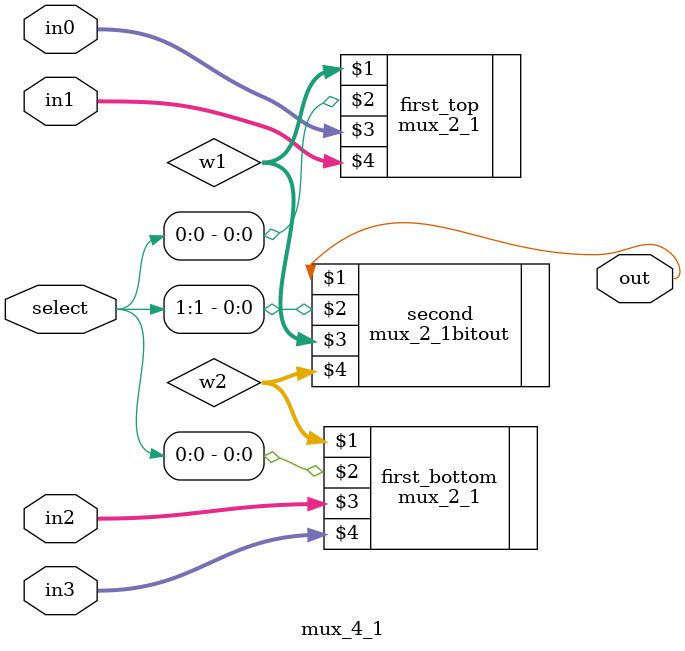
<source format=v>
module mux_4_1(out, select, in0, in1, in2, in3);
    input [1:0] select;
    input [31:0] in0, in1, in2, in3;
    output out;
    wire [31:0] w1, w2;
    mux_2_1 first_top(w1, select[0], in0, in1);
    mux_2_1 first_bottom(w2, select[0], in2, in3);
    mux_2_1bitout second(out, select[1], w1, w2);
endmodule
</source>
